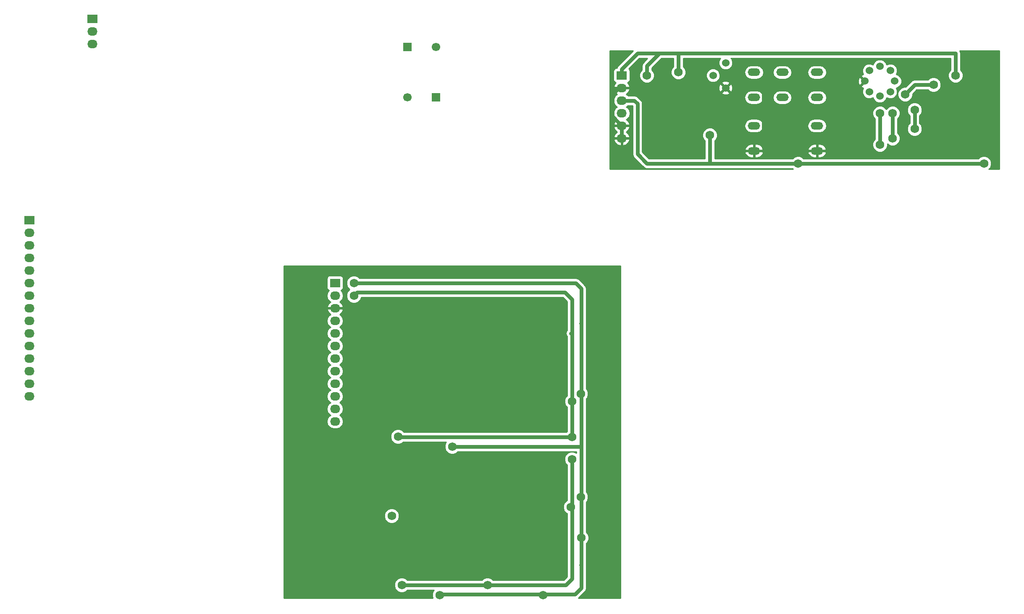
<source format=gbr>
G04 #@! TF.FileFunction,Copper,L2,Bot,Signal*
%FSLAX46Y46*%
G04 Gerber Fmt 4.6, Leading zero omitted, Abs format (unit mm)*
G04 Created by KiCad (PCBNEW 4.0.4+dfsg1-stable) date Fri Dec 30 12:22:18 2016*
%MOMM*%
%LPD*%
G01*
G04 APERTURE LIST*
%ADD10C,0.100000*%
%ADD11R,2.032000X1.727200*%
%ADD12O,2.032000X1.727200*%
%ADD13C,1.699260*%
%ADD14R,1.699260X1.699260*%
%ADD15C,1.524000*%
%ADD16O,2.499360X1.501140*%
%ADD17C,1.750000*%
%ADD18C,0.750000*%
%ADD19C,0.254000*%
G04 APERTURE END LIST*
D10*
D11*
X118110000Y-86360000D03*
D12*
X118110000Y-88900000D03*
X118110000Y-91440000D03*
X118110000Y-93980000D03*
X118110000Y-96520000D03*
X118110000Y-99060000D03*
X118110000Y-101600000D03*
X118110000Y-104140000D03*
X118110000Y-106680000D03*
X118110000Y-109220000D03*
X118110000Y-111760000D03*
X118110000Y-114300000D03*
D13*
X132717540Y-48895520D03*
D14*
X132717540Y-38735520D03*
D13*
X138427460Y-38734480D03*
D14*
X138427460Y-48894480D03*
D11*
X56515000Y-73660000D03*
D12*
X56515000Y-76200000D03*
X56515000Y-78740000D03*
X56515000Y-81280000D03*
X56515000Y-83820000D03*
X56515000Y-86360000D03*
X56515000Y-88900000D03*
X56515000Y-91440000D03*
X56515000Y-93980000D03*
X56515000Y-96520000D03*
X56515000Y-99060000D03*
X56515000Y-101600000D03*
X56515000Y-104140000D03*
X56515000Y-106680000D03*
X56515000Y-109220000D03*
D11*
X69215000Y-33020000D03*
D12*
X69215000Y-35560000D03*
X69215000Y-38100000D03*
D11*
X175895000Y-44450000D03*
D12*
X175895000Y-46990000D03*
X175895000Y-49530000D03*
X175895000Y-52070000D03*
X175895000Y-54610000D03*
X175895000Y-57150000D03*
D15*
X224927500Y-45607500D03*
X230927500Y-45607500D03*
X227927500Y-42607500D03*
X227927500Y-48607500D03*
X230052500Y-47732500D03*
X225802500Y-43482500D03*
X230052500Y-43482500D03*
X225802500Y-47732500D03*
D16*
X215265000Y-54610000D03*
X215265000Y-59690000D03*
D15*
X194310000Y-44450000D03*
X196850000Y-41910000D03*
X196850000Y-46990000D03*
D16*
X215265000Y-43815000D03*
X215265000Y-48895000D03*
X208280000Y-43815000D03*
X208280000Y-48895000D03*
X202565000Y-43815000D03*
X202565000Y-48895000D03*
X202565000Y-54610000D03*
X202565000Y-59690000D03*
D17*
X187325000Y-43815000D03*
X180975000Y-44450000D03*
X243205000Y-44450000D03*
X160020000Y-149352000D03*
X141732000Y-119380000D03*
X167640000Y-108712000D03*
X139192000Y-149352000D03*
X167640000Y-129540000D03*
X167767000Y-137795000D03*
X121920000Y-86360000D03*
X193675000Y-56515000D03*
X248920000Y-62230000D03*
X211455000Y-62230000D03*
X165608000Y-131572000D03*
X148844000Y-147320000D03*
X130810000Y-117348000D03*
X131572000Y-147320000D03*
X165862000Y-110236000D03*
X165862000Y-117475000D03*
X165862000Y-121920000D03*
X121920000Y-88900000D03*
X199390000Y-46990000D03*
X182880000Y-56515000D03*
X195580000Y-52705000D03*
X249555000Y-46355000D03*
X238125000Y-53340000D03*
X221615000Y-46355000D03*
X219710000Y-59690000D03*
X241300000Y-57150000D03*
X158496000Y-145288000D03*
X121920000Y-91440000D03*
X157988000Y-97536000D03*
X157988000Y-111760000D03*
X139700000Y-114300000D03*
X137160000Y-142240000D03*
X130175000Y-107315000D03*
X157988000Y-132588000D03*
X233045000Y-48260000D03*
X238760000Y-46355000D03*
X129540000Y-133350000D03*
X234950000Y-55245000D03*
X234950000Y-51435000D03*
X227965000Y-52070000D03*
X227965000Y-58420000D03*
X230505000Y-52070000D03*
X230505000Y-57150000D03*
D18*
X184150000Y-40005000D02*
X179070000Y-40005000D01*
X175895000Y-43180000D02*
X175895000Y-44450000D01*
X179070000Y-40005000D02*
X175895000Y-43180000D01*
X187325000Y-40005000D02*
X187325000Y-43815000D01*
X180975000Y-44450000D02*
X180975000Y-42545000D01*
X183515000Y-40005000D02*
X184150000Y-40005000D01*
X180975000Y-42545000D02*
X183515000Y-40005000D01*
X213995000Y-40005000D02*
X192405000Y-40005000D01*
X192405000Y-40005000D02*
X187325000Y-40005000D01*
X187325000Y-40005000D02*
X186055000Y-40005000D01*
X186055000Y-40005000D02*
X184150000Y-40005000D01*
X243205000Y-44450000D02*
X243205000Y-40005000D01*
X237490000Y-40005000D02*
X240665000Y-40005000D01*
X240665000Y-40005000D02*
X241300000Y-40005000D01*
X241300000Y-40005000D02*
X243205000Y-40005000D01*
X213360000Y-40005000D02*
X213995000Y-40005000D01*
X213995000Y-40005000D02*
X237490000Y-40005000D01*
X160020000Y-149352000D02*
X160020000Y-149225000D01*
X160020000Y-149225000D02*
X160020000Y-149352000D01*
X160020000Y-149352000D02*
X160020000Y-149225000D01*
X167640000Y-108712000D02*
X167664000Y-108688000D01*
X167664000Y-108688000D02*
X167791000Y-108688000D01*
X167767000Y-119380000D02*
X167791000Y-108688000D01*
X167791000Y-108688000D02*
X167767000Y-94488000D01*
X139192000Y-149352000D02*
X139192000Y-149225000D01*
X139192000Y-149225000D02*
X139192000Y-149352000D01*
X139192000Y-149352000D02*
X139192000Y-149225000D01*
X139192000Y-149225000D02*
X160020000Y-149225000D01*
X167640000Y-129540000D02*
X167767000Y-129540000D01*
X167640000Y-94488000D02*
X167767000Y-94488000D01*
X167767000Y-94488000D02*
X167640000Y-94488000D01*
X167640000Y-94488000D02*
X167767000Y-94488000D01*
X167767000Y-94488000D02*
X167767000Y-87503000D01*
X167767000Y-87503000D02*
X166624000Y-86360000D01*
X167640000Y-143256000D02*
X167767000Y-143256000D01*
X167767000Y-143256000D02*
X167640000Y-143256000D01*
X167640000Y-143256000D02*
X167767000Y-143256000D01*
X141732000Y-119380000D02*
X167767000Y-119380000D01*
X167767000Y-137795000D02*
X167767000Y-129540000D01*
X167767000Y-143256000D02*
X167767000Y-137795000D01*
X167767000Y-129540000D02*
X167767000Y-119380000D01*
X166497000Y-149225000D02*
X167767000Y-147955000D01*
X167767000Y-147955000D02*
X167767000Y-143256000D01*
X160020000Y-149225000D02*
X166497000Y-149225000D01*
X121920000Y-86360000D02*
X166624000Y-86360000D01*
X179070000Y-52070000D02*
X179070000Y-50165000D01*
X178435000Y-49530000D02*
X175895000Y-49530000D01*
X179070000Y-50165000D02*
X178435000Y-49530000D01*
X193675000Y-62230000D02*
X193675000Y-56515000D01*
X179070000Y-50800000D02*
X179070000Y-52070000D01*
X179070000Y-52070000D02*
X179070000Y-60325000D01*
X179070000Y-60325000D02*
X180975000Y-62230000D01*
X180975000Y-62230000D02*
X181610000Y-62230000D01*
X207010000Y-62230000D02*
X193675000Y-62230000D01*
X193675000Y-62230000D02*
X181610000Y-62230000D01*
X208280000Y-62230000D02*
X207010000Y-62230000D01*
X211455000Y-62230000D02*
X208280000Y-62230000D01*
X216535000Y-62230000D02*
X211455000Y-62230000D01*
X216535000Y-62230000D02*
X218440000Y-62230000D01*
X217805000Y-62230000D02*
X218440000Y-62230000D01*
X218440000Y-62230000D02*
X248920000Y-62230000D01*
X165608000Y-131572000D02*
X165862000Y-131572000D01*
X165862000Y-131572000D02*
X165608000Y-131572000D01*
X165608000Y-131572000D02*
X165862000Y-131572000D01*
X130556000Y-117475000D02*
X130556000Y-117348000D01*
X130683000Y-117475000D02*
X130556000Y-117348000D01*
X130683000Y-117475000D02*
X130810000Y-117348000D01*
X165862000Y-117475000D02*
X130556000Y-117475000D01*
X148844000Y-147320000D02*
X131572000Y-147320000D01*
X164592000Y-147320000D02*
X148844000Y-147320000D01*
X165862000Y-146050000D02*
X164592000Y-147320000D01*
X165862000Y-131064000D02*
X165862000Y-131572000D01*
X165862000Y-131572000D02*
X165862000Y-146050000D01*
X165608000Y-131064000D02*
X165862000Y-131064000D01*
X165862000Y-131064000D02*
X165608000Y-131064000D01*
X165608000Y-131064000D02*
X165862000Y-131064000D01*
X165862000Y-121920000D02*
X165862000Y-131064000D01*
X165862000Y-110236000D02*
X165862000Y-117475000D01*
X165862000Y-96520000D02*
X165862000Y-110236000D01*
X165608000Y-96520000D02*
X165862000Y-96520000D01*
X165862000Y-96520000D02*
X165608000Y-96520000D01*
X165608000Y-96520000D02*
X165862000Y-96520000D01*
X122555000Y-88265000D02*
X121920000Y-88900000D01*
X122555000Y-88265000D02*
X123444000Y-88265000D01*
X123190000Y-88265000D02*
X123444000Y-88265000D01*
X123444000Y-88265000D02*
X164465000Y-88265000D01*
X165862000Y-89662000D02*
X165862000Y-96012000D01*
X164465000Y-88265000D02*
X165862000Y-89662000D01*
X165862000Y-96012000D02*
X165862000Y-96520000D01*
X175895000Y-46990000D02*
X175260000Y-46990000D01*
X175260000Y-46990000D02*
X173990000Y-48260000D01*
X173990000Y-48260000D02*
X173990000Y-52705000D01*
X173990000Y-52705000D02*
X175895000Y-54610000D01*
X175895000Y-57150000D02*
X175895000Y-54610000D01*
X180975000Y-54610000D02*
X180975000Y-57150000D01*
X187325000Y-52705000D02*
X185420000Y-52705000D01*
X183515000Y-54610000D02*
X180975000Y-54610000D01*
X185420000Y-52705000D02*
X183515000Y-54610000D01*
X203200000Y-52705000D02*
X204470000Y-52070000D01*
X204470000Y-52070000D02*
X204470000Y-46990000D01*
X186690000Y-55245000D02*
X186690000Y-52705000D01*
X187960000Y-56515000D02*
X186690000Y-55245000D01*
X204470000Y-56515000D02*
X204470000Y-59055000D01*
X204470000Y-52705000D02*
X204470000Y-56515000D01*
X217170000Y-52705000D02*
X204470000Y-52705000D01*
X204470000Y-52705000D02*
X203200000Y-52705000D01*
X203200000Y-52705000D02*
X200660000Y-52705000D01*
X200660000Y-52705000D02*
X187325000Y-52705000D01*
X187325000Y-52705000D02*
X186690000Y-52705000D01*
X238125000Y-53340000D02*
X238125000Y-60325000D01*
X249555000Y-46355000D02*
X251460000Y-46355000D01*
X241300000Y-59690000D02*
X241300000Y-60325000D01*
X251460000Y-52705000D02*
X251460000Y-60325000D01*
X251460000Y-52705000D02*
X251460000Y-46355000D01*
X251460000Y-60325000D02*
X241300000Y-60325000D01*
X241300000Y-60325000D02*
X240030000Y-60325000D01*
X219710000Y-59690000D02*
X220345000Y-60325000D01*
X220345000Y-60325000D02*
X238125000Y-60325000D01*
X238125000Y-60325000D02*
X239395000Y-60325000D01*
X239395000Y-60325000D02*
X240030000Y-60325000D01*
X241300000Y-59690000D02*
X241300000Y-57150000D01*
X240030000Y-60325000D02*
X240665000Y-60325000D01*
X219710000Y-59690000D02*
X219710000Y-52705000D01*
X221615000Y-46355000D02*
X221615000Y-52705000D01*
X217170000Y-52705000D02*
X219710000Y-52705000D01*
X219710000Y-52705000D02*
X221615000Y-52705000D01*
X130175000Y-107315000D02*
X130810000Y-106680000D01*
X157988000Y-132588000D02*
X157861000Y-132588000D01*
X234950000Y-46355000D02*
X233045000Y-48260000D01*
X238760000Y-46355000D02*
X234950000Y-46355000D01*
X234950000Y-51435000D02*
X234950000Y-55245000D01*
X227965000Y-58420000D02*
X227965000Y-52070000D01*
X230505000Y-57150000D02*
X230505000Y-52070000D01*
D19*
G36*
X175641000Y-149987000D02*
X167139607Y-149987000D01*
X167211178Y-149939178D01*
X168481178Y-148669178D01*
X168700118Y-148341510D01*
X168777000Y-147955000D01*
X168777000Y-138920363D01*
X169046370Y-138651463D01*
X169276738Y-138096675D01*
X169277262Y-137495960D01*
X169047862Y-136940771D01*
X168777000Y-136669435D01*
X168777000Y-130538585D01*
X168919370Y-130396463D01*
X169149738Y-129841675D01*
X169150262Y-129240960D01*
X168920862Y-128685771D01*
X168777000Y-128541657D01*
X168777000Y-119380931D01*
X168798755Y-109688867D01*
X168919370Y-109568463D01*
X169149738Y-109013675D01*
X169150262Y-108412960D01*
X168920862Y-107857771D01*
X168799393Y-107736090D01*
X168777000Y-94486885D01*
X168777000Y-87503000D01*
X168700118Y-87116490D01*
X168481178Y-86788822D01*
X167338178Y-85645822D01*
X167010510Y-85426882D01*
X166624000Y-85350000D01*
X123045363Y-85350000D01*
X122776463Y-85080630D01*
X122221675Y-84850262D01*
X121620960Y-84849738D01*
X121065771Y-85079138D01*
X120640630Y-85503537D01*
X120410262Y-86058325D01*
X120409738Y-86659040D01*
X120639138Y-87214229D01*
X121054536Y-87630353D01*
X120640630Y-88043537D01*
X120410262Y-88598325D01*
X120409738Y-89199040D01*
X120639138Y-89754229D01*
X121063537Y-90179370D01*
X121618325Y-90409738D01*
X122219040Y-90410262D01*
X122774229Y-90180862D01*
X123199370Y-89756463D01*
X123399291Y-89275000D01*
X164046644Y-89275000D01*
X164852000Y-90080356D01*
X164852000Y-95868413D01*
X164674882Y-96133490D01*
X164598000Y-96520000D01*
X164674882Y-96906510D01*
X164852000Y-97171587D01*
X164852000Y-109110637D01*
X164582630Y-109379537D01*
X164352262Y-109934325D01*
X164351738Y-110535040D01*
X164581138Y-111090229D01*
X164852000Y-111361565D01*
X164852000Y-116349637D01*
X164736435Y-116465000D01*
X132062141Y-116465000D01*
X131666463Y-116068630D01*
X131111675Y-115838262D01*
X130510960Y-115837738D01*
X129955771Y-116067138D01*
X129530630Y-116491537D01*
X129300262Y-117046325D01*
X129299738Y-117647040D01*
X129529138Y-118202229D01*
X129953537Y-118627370D01*
X130508325Y-118857738D01*
X131109040Y-118858262D01*
X131664229Y-118628862D01*
X131808343Y-118485000D01*
X140491234Y-118485000D01*
X140452630Y-118523537D01*
X140222262Y-119078325D01*
X140221738Y-119679040D01*
X140451138Y-120234229D01*
X140875537Y-120659370D01*
X141430325Y-120889738D01*
X142031040Y-120890262D01*
X142586229Y-120660862D01*
X142857565Y-120390000D01*
X166757000Y-120390000D01*
X166757000Y-120679234D01*
X166718463Y-120640630D01*
X166163675Y-120410262D01*
X165562960Y-120409738D01*
X165007771Y-120639138D01*
X164582630Y-121063537D01*
X164352262Y-121618325D01*
X164351738Y-122219040D01*
X164581138Y-122774229D01*
X164852000Y-123045565D01*
X164852000Y-130250551D01*
X164753771Y-130291138D01*
X164328630Y-130715537D01*
X164098262Y-131270325D01*
X164097738Y-131871040D01*
X164327138Y-132426229D01*
X164751537Y-132851370D01*
X164852000Y-132893086D01*
X164852000Y-145631644D01*
X164173644Y-146310000D01*
X149969363Y-146310000D01*
X149700463Y-146040630D01*
X149145675Y-145810262D01*
X148544960Y-145809738D01*
X147989771Y-146039138D01*
X147718435Y-146310000D01*
X132697363Y-146310000D01*
X132428463Y-146040630D01*
X131873675Y-145810262D01*
X131272960Y-145809738D01*
X130717771Y-146039138D01*
X130292630Y-146463537D01*
X130062262Y-147018325D01*
X130061738Y-147619040D01*
X130291138Y-148174229D01*
X130715537Y-148599370D01*
X131270325Y-148829738D01*
X131871040Y-148830262D01*
X132426229Y-148600862D01*
X132697565Y-148330000D01*
X138078456Y-148330000D01*
X137912630Y-148495537D01*
X137682262Y-149050325D01*
X137681738Y-149651040D01*
X137820554Y-149987000D01*
X107823000Y-149987000D01*
X107823000Y-133649040D01*
X128029738Y-133649040D01*
X128259138Y-134204229D01*
X128683537Y-134629370D01*
X129238325Y-134859738D01*
X129839040Y-134860262D01*
X130394229Y-134630862D01*
X130819370Y-134206463D01*
X131049738Y-133651675D01*
X131050262Y-133050960D01*
X130820862Y-132495771D01*
X130396463Y-132070630D01*
X129841675Y-131840262D01*
X129240960Y-131839738D01*
X128685771Y-132069138D01*
X128260630Y-132493537D01*
X128030262Y-133048325D01*
X128029738Y-133649040D01*
X107823000Y-133649040D01*
X107823000Y-93980000D01*
X116426655Y-93980000D01*
X116540729Y-94553489D01*
X116865585Y-95039670D01*
X117180366Y-95250000D01*
X116865585Y-95460330D01*
X116540729Y-95946511D01*
X116426655Y-96520000D01*
X116540729Y-97093489D01*
X116865585Y-97579670D01*
X117180366Y-97790000D01*
X116865585Y-98000330D01*
X116540729Y-98486511D01*
X116426655Y-99060000D01*
X116540729Y-99633489D01*
X116865585Y-100119670D01*
X117180366Y-100330000D01*
X116865585Y-100540330D01*
X116540729Y-101026511D01*
X116426655Y-101600000D01*
X116540729Y-102173489D01*
X116865585Y-102659670D01*
X117180366Y-102870000D01*
X116865585Y-103080330D01*
X116540729Y-103566511D01*
X116426655Y-104140000D01*
X116540729Y-104713489D01*
X116865585Y-105199670D01*
X117180366Y-105410000D01*
X116865585Y-105620330D01*
X116540729Y-106106511D01*
X116426655Y-106680000D01*
X116540729Y-107253489D01*
X116865585Y-107739670D01*
X117180366Y-107950000D01*
X116865585Y-108160330D01*
X116540729Y-108646511D01*
X116426655Y-109220000D01*
X116540729Y-109793489D01*
X116865585Y-110279670D01*
X117180366Y-110490000D01*
X116865585Y-110700330D01*
X116540729Y-111186511D01*
X116426655Y-111760000D01*
X116540729Y-112333489D01*
X116865585Y-112819670D01*
X117180366Y-113030000D01*
X116865585Y-113240330D01*
X116540729Y-113726511D01*
X116426655Y-114300000D01*
X116540729Y-114873489D01*
X116865585Y-115359670D01*
X117351766Y-115684526D01*
X117925255Y-115798600D01*
X118294745Y-115798600D01*
X118868234Y-115684526D01*
X119354415Y-115359670D01*
X119679271Y-114873489D01*
X119793345Y-114300000D01*
X119679271Y-113726511D01*
X119354415Y-113240330D01*
X119039634Y-113030000D01*
X119354415Y-112819670D01*
X119679271Y-112333489D01*
X119793345Y-111760000D01*
X119679271Y-111186511D01*
X119354415Y-110700330D01*
X119039634Y-110490000D01*
X119354415Y-110279670D01*
X119679271Y-109793489D01*
X119793345Y-109220000D01*
X119679271Y-108646511D01*
X119354415Y-108160330D01*
X119039634Y-107950000D01*
X119354415Y-107739670D01*
X119679271Y-107253489D01*
X119793345Y-106680000D01*
X119679271Y-106106511D01*
X119354415Y-105620330D01*
X119039634Y-105410000D01*
X119354415Y-105199670D01*
X119679271Y-104713489D01*
X119793345Y-104140000D01*
X119679271Y-103566511D01*
X119354415Y-103080330D01*
X119039634Y-102870000D01*
X119354415Y-102659670D01*
X119679271Y-102173489D01*
X119793345Y-101600000D01*
X119679271Y-101026511D01*
X119354415Y-100540330D01*
X119039634Y-100330000D01*
X119354415Y-100119670D01*
X119679271Y-99633489D01*
X119793345Y-99060000D01*
X119679271Y-98486511D01*
X119354415Y-98000330D01*
X119039634Y-97790000D01*
X119354415Y-97579670D01*
X119679271Y-97093489D01*
X119793345Y-96520000D01*
X119679271Y-95946511D01*
X119354415Y-95460330D01*
X119039634Y-95250000D01*
X119354415Y-95039670D01*
X119679271Y-94553489D01*
X119793345Y-93980000D01*
X119679271Y-93406511D01*
X119354415Y-92920330D01*
X119044931Y-92713539D01*
X119460732Y-92342036D01*
X119714709Y-91814791D01*
X119717358Y-91799026D01*
X119596217Y-91567000D01*
X118237000Y-91567000D01*
X118237000Y-91587000D01*
X117983000Y-91587000D01*
X117983000Y-91567000D01*
X116623783Y-91567000D01*
X116502642Y-91799026D01*
X116505291Y-91814791D01*
X116759268Y-92342036D01*
X117175069Y-92713539D01*
X116865585Y-92920330D01*
X116540729Y-93406511D01*
X116426655Y-93980000D01*
X107823000Y-93980000D01*
X107823000Y-88900000D01*
X116426655Y-88900000D01*
X116540729Y-89473489D01*
X116865585Y-89959670D01*
X117175069Y-90166461D01*
X116759268Y-90537964D01*
X116505291Y-91065209D01*
X116502642Y-91080974D01*
X116623783Y-91313000D01*
X117983000Y-91313000D01*
X117983000Y-91293000D01*
X118237000Y-91293000D01*
X118237000Y-91313000D01*
X119596217Y-91313000D01*
X119717358Y-91080974D01*
X119714709Y-91065209D01*
X119460732Y-90537964D01*
X119044931Y-90166461D01*
X119354415Y-89959670D01*
X119679271Y-89473489D01*
X119793345Y-88900000D01*
X119679271Y-88326511D01*
X119354415Y-87840330D01*
X119340087Y-87830757D01*
X119361317Y-87826762D01*
X119577441Y-87687690D01*
X119722431Y-87475490D01*
X119773440Y-87223600D01*
X119773440Y-85496400D01*
X119729162Y-85261083D01*
X119590090Y-85044959D01*
X119377890Y-84899969D01*
X119126000Y-84848960D01*
X117094000Y-84848960D01*
X116858683Y-84893238D01*
X116642559Y-85032310D01*
X116497569Y-85244510D01*
X116446560Y-85496400D01*
X116446560Y-87223600D01*
X116490838Y-87458917D01*
X116629910Y-87675041D01*
X116842110Y-87820031D01*
X116883439Y-87828400D01*
X116865585Y-87840330D01*
X116540729Y-88326511D01*
X116426655Y-88900000D01*
X107823000Y-88900000D01*
X107823000Y-82931000D01*
X175641000Y-82931000D01*
X175641000Y-149987000D01*
X175641000Y-149987000D01*
G37*
X175641000Y-149987000D02*
X167139607Y-149987000D01*
X167211178Y-149939178D01*
X168481178Y-148669178D01*
X168700118Y-148341510D01*
X168777000Y-147955000D01*
X168777000Y-138920363D01*
X169046370Y-138651463D01*
X169276738Y-138096675D01*
X169277262Y-137495960D01*
X169047862Y-136940771D01*
X168777000Y-136669435D01*
X168777000Y-130538585D01*
X168919370Y-130396463D01*
X169149738Y-129841675D01*
X169150262Y-129240960D01*
X168920862Y-128685771D01*
X168777000Y-128541657D01*
X168777000Y-119380931D01*
X168798755Y-109688867D01*
X168919370Y-109568463D01*
X169149738Y-109013675D01*
X169150262Y-108412960D01*
X168920862Y-107857771D01*
X168799393Y-107736090D01*
X168777000Y-94486885D01*
X168777000Y-87503000D01*
X168700118Y-87116490D01*
X168481178Y-86788822D01*
X167338178Y-85645822D01*
X167010510Y-85426882D01*
X166624000Y-85350000D01*
X123045363Y-85350000D01*
X122776463Y-85080630D01*
X122221675Y-84850262D01*
X121620960Y-84849738D01*
X121065771Y-85079138D01*
X120640630Y-85503537D01*
X120410262Y-86058325D01*
X120409738Y-86659040D01*
X120639138Y-87214229D01*
X121054536Y-87630353D01*
X120640630Y-88043537D01*
X120410262Y-88598325D01*
X120409738Y-89199040D01*
X120639138Y-89754229D01*
X121063537Y-90179370D01*
X121618325Y-90409738D01*
X122219040Y-90410262D01*
X122774229Y-90180862D01*
X123199370Y-89756463D01*
X123399291Y-89275000D01*
X164046644Y-89275000D01*
X164852000Y-90080356D01*
X164852000Y-95868413D01*
X164674882Y-96133490D01*
X164598000Y-96520000D01*
X164674882Y-96906510D01*
X164852000Y-97171587D01*
X164852000Y-109110637D01*
X164582630Y-109379537D01*
X164352262Y-109934325D01*
X164351738Y-110535040D01*
X164581138Y-111090229D01*
X164852000Y-111361565D01*
X164852000Y-116349637D01*
X164736435Y-116465000D01*
X132062141Y-116465000D01*
X131666463Y-116068630D01*
X131111675Y-115838262D01*
X130510960Y-115837738D01*
X129955771Y-116067138D01*
X129530630Y-116491537D01*
X129300262Y-117046325D01*
X129299738Y-117647040D01*
X129529138Y-118202229D01*
X129953537Y-118627370D01*
X130508325Y-118857738D01*
X131109040Y-118858262D01*
X131664229Y-118628862D01*
X131808343Y-118485000D01*
X140491234Y-118485000D01*
X140452630Y-118523537D01*
X140222262Y-119078325D01*
X140221738Y-119679040D01*
X140451138Y-120234229D01*
X140875537Y-120659370D01*
X141430325Y-120889738D01*
X142031040Y-120890262D01*
X142586229Y-120660862D01*
X142857565Y-120390000D01*
X166757000Y-120390000D01*
X166757000Y-120679234D01*
X166718463Y-120640630D01*
X166163675Y-120410262D01*
X165562960Y-120409738D01*
X165007771Y-120639138D01*
X164582630Y-121063537D01*
X164352262Y-121618325D01*
X164351738Y-122219040D01*
X164581138Y-122774229D01*
X164852000Y-123045565D01*
X164852000Y-130250551D01*
X164753771Y-130291138D01*
X164328630Y-130715537D01*
X164098262Y-131270325D01*
X164097738Y-131871040D01*
X164327138Y-132426229D01*
X164751537Y-132851370D01*
X164852000Y-132893086D01*
X164852000Y-145631644D01*
X164173644Y-146310000D01*
X149969363Y-146310000D01*
X149700463Y-146040630D01*
X149145675Y-145810262D01*
X148544960Y-145809738D01*
X147989771Y-146039138D01*
X147718435Y-146310000D01*
X132697363Y-146310000D01*
X132428463Y-146040630D01*
X131873675Y-145810262D01*
X131272960Y-145809738D01*
X130717771Y-146039138D01*
X130292630Y-146463537D01*
X130062262Y-147018325D01*
X130061738Y-147619040D01*
X130291138Y-148174229D01*
X130715537Y-148599370D01*
X131270325Y-148829738D01*
X131871040Y-148830262D01*
X132426229Y-148600862D01*
X132697565Y-148330000D01*
X138078456Y-148330000D01*
X137912630Y-148495537D01*
X137682262Y-149050325D01*
X137681738Y-149651040D01*
X137820554Y-149987000D01*
X107823000Y-149987000D01*
X107823000Y-133649040D01*
X128029738Y-133649040D01*
X128259138Y-134204229D01*
X128683537Y-134629370D01*
X129238325Y-134859738D01*
X129839040Y-134860262D01*
X130394229Y-134630862D01*
X130819370Y-134206463D01*
X131049738Y-133651675D01*
X131050262Y-133050960D01*
X130820862Y-132495771D01*
X130396463Y-132070630D01*
X129841675Y-131840262D01*
X129240960Y-131839738D01*
X128685771Y-132069138D01*
X128260630Y-132493537D01*
X128030262Y-133048325D01*
X128029738Y-133649040D01*
X107823000Y-133649040D01*
X107823000Y-93980000D01*
X116426655Y-93980000D01*
X116540729Y-94553489D01*
X116865585Y-95039670D01*
X117180366Y-95250000D01*
X116865585Y-95460330D01*
X116540729Y-95946511D01*
X116426655Y-96520000D01*
X116540729Y-97093489D01*
X116865585Y-97579670D01*
X117180366Y-97790000D01*
X116865585Y-98000330D01*
X116540729Y-98486511D01*
X116426655Y-99060000D01*
X116540729Y-99633489D01*
X116865585Y-100119670D01*
X117180366Y-100330000D01*
X116865585Y-100540330D01*
X116540729Y-101026511D01*
X116426655Y-101600000D01*
X116540729Y-102173489D01*
X116865585Y-102659670D01*
X117180366Y-102870000D01*
X116865585Y-103080330D01*
X116540729Y-103566511D01*
X116426655Y-104140000D01*
X116540729Y-104713489D01*
X116865585Y-105199670D01*
X117180366Y-105410000D01*
X116865585Y-105620330D01*
X116540729Y-106106511D01*
X116426655Y-106680000D01*
X116540729Y-107253489D01*
X116865585Y-107739670D01*
X117180366Y-107950000D01*
X116865585Y-108160330D01*
X116540729Y-108646511D01*
X116426655Y-109220000D01*
X116540729Y-109793489D01*
X116865585Y-110279670D01*
X117180366Y-110490000D01*
X116865585Y-110700330D01*
X116540729Y-111186511D01*
X116426655Y-111760000D01*
X116540729Y-112333489D01*
X116865585Y-112819670D01*
X117180366Y-113030000D01*
X116865585Y-113240330D01*
X116540729Y-113726511D01*
X116426655Y-114300000D01*
X116540729Y-114873489D01*
X116865585Y-115359670D01*
X117351766Y-115684526D01*
X117925255Y-115798600D01*
X118294745Y-115798600D01*
X118868234Y-115684526D01*
X119354415Y-115359670D01*
X119679271Y-114873489D01*
X119793345Y-114300000D01*
X119679271Y-113726511D01*
X119354415Y-113240330D01*
X119039634Y-113030000D01*
X119354415Y-112819670D01*
X119679271Y-112333489D01*
X119793345Y-111760000D01*
X119679271Y-111186511D01*
X119354415Y-110700330D01*
X119039634Y-110490000D01*
X119354415Y-110279670D01*
X119679271Y-109793489D01*
X119793345Y-109220000D01*
X119679271Y-108646511D01*
X119354415Y-108160330D01*
X119039634Y-107950000D01*
X119354415Y-107739670D01*
X119679271Y-107253489D01*
X119793345Y-106680000D01*
X119679271Y-106106511D01*
X119354415Y-105620330D01*
X119039634Y-105410000D01*
X119354415Y-105199670D01*
X119679271Y-104713489D01*
X119793345Y-104140000D01*
X119679271Y-103566511D01*
X119354415Y-103080330D01*
X119039634Y-102870000D01*
X119354415Y-102659670D01*
X119679271Y-102173489D01*
X119793345Y-101600000D01*
X119679271Y-101026511D01*
X119354415Y-100540330D01*
X119039634Y-100330000D01*
X119354415Y-100119670D01*
X119679271Y-99633489D01*
X119793345Y-99060000D01*
X119679271Y-98486511D01*
X119354415Y-98000330D01*
X119039634Y-97790000D01*
X119354415Y-97579670D01*
X119679271Y-97093489D01*
X119793345Y-96520000D01*
X119679271Y-95946511D01*
X119354415Y-95460330D01*
X119039634Y-95250000D01*
X119354415Y-95039670D01*
X119679271Y-94553489D01*
X119793345Y-93980000D01*
X119679271Y-93406511D01*
X119354415Y-92920330D01*
X119044931Y-92713539D01*
X119460732Y-92342036D01*
X119714709Y-91814791D01*
X119717358Y-91799026D01*
X119596217Y-91567000D01*
X118237000Y-91567000D01*
X118237000Y-91587000D01*
X117983000Y-91587000D01*
X117983000Y-91567000D01*
X116623783Y-91567000D01*
X116502642Y-91799026D01*
X116505291Y-91814791D01*
X116759268Y-92342036D01*
X117175069Y-92713539D01*
X116865585Y-92920330D01*
X116540729Y-93406511D01*
X116426655Y-93980000D01*
X107823000Y-93980000D01*
X107823000Y-88900000D01*
X116426655Y-88900000D01*
X116540729Y-89473489D01*
X116865585Y-89959670D01*
X117175069Y-90166461D01*
X116759268Y-90537964D01*
X116505291Y-91065209D01*
X116502642Y-91080974D01*
X116623783Y-91313000D01*
X117983000Y-91313000D01*
X117983000Y-91293000D01*
X118237000Y-91293000D01*
X118237000Y-91313000D01*
X119596217Y-91313000D01*
X119717358Y-91080974D01*
X119714709Y-91065209D01*
X119460732Y-90537964D01*
X119044931Y-90166461D01*
X119354415Y-89959670D01*
X119679271Y-89473489D01*
X119793345Y-88900000D01*
X119679271Y-88326511D01*
X119354415Y-87840330D01*
X119340087Y-87830757D01*
X119361317Y-87826762D01*
X119577441Y-87687690D01*
X119722431Y-87475490D01*
X119773440Y-87223600D01*
X119773440Y-85496400D01*
X119729162Y-85261083D01*
X119590090Y-85044959D01*
X119377890Y-84899969D01*
X119126000Y-84848960D01*
X117094000Y-84848960D01*
X116858683Y-84893238D01*
X116642559Y-85032310D01*
X116497569Y-85244510D01*
X116446560Y-85496400D01*
X116446560Y-87223600D01*
X116490838Y-87458917D01*
X116629910Y-87675041D01*
X116842110Y-87820031D01*
X116883439Y-87828400D01*
X116865585Y-87840330D01*
X116540729Y-88326511D01*
X116426655Y-88900000D01*
X107823000Y-88900000D01*
X107823000Y-82931000D01*
X175641000Y-82931000D01*
X175641000Y-149987000D01*
G36*
X175180822Y-42465822D02*
X174961882Y-42793490D01*
X174932946Y-42938960D01*
X174879000Y-42938960D01*
X174643683Y-42983238D01*
X174427559Y-43122310D01*
X174282569Y-43334510D01*
X174231560Y-43586400D01*
X174231560Y-45313600D01*
X174275838Y-45548917D01*
X174414910Y-45765041D01*
X174627110Y-45910031D01*
X174721927Y-45929232D01*
X174544268Y-46087964D01*
X174290291Y-46615209D01*
X174287642Y-46630974D01*
X174408783Y-46863000D01*
X175768000Y-46863000D01*
X175768000Y-46843000D01*
X176022000Y-46843000D01*
X176022000Y-46863000D01*
X177381217Y-46863000D01*
X177423349Y-46782302D01*
X195440856Y-46782302D01*
X195468638Y-47337368D01*
X195627603Y-47721143D01*
X195869787Y-47790608D01*
X196670395Y-46990000D01*
X197029605Y-46990000D01*
X197830213Y-47790608D01*
X198072397Y-47721143D01*
X198259144Y-47197698D01*
X198231362Y-46642632D01*
X198072397Y-46258857D01*
X197830213Y-46189392D01*
X197029605Y-46990000D01*
X196670395Y-46990000D01*
X195869787Y-46189392D01*
X195627603Y-46258857D01*
X195440856Y-46782302D01*
X177423349Y-46782302D01*
X177502358Y-46630974D01*
X177499709Y-46615209D01*
X177245732Y-46087964D01*
X177158233Y-46009787D01*
X196049392Y-46009787D01*
X196850000Y-46810395D01*
X197650608Y-46009787D01*
X197581143Y-45767603D01*
X197057698Y-45580856D01*
X196502632Y-45608638D01*
X196118857Y-45767603D01*
X196049392Y-46009787D01*
X177158233Y-46009787D01*
X177070155Y-45931093D01*
X177146317Y-45916762D01*
X177362441Y-45777690D01*
X177507431Y-45565490D01*
X177558440Y-45313600D01*
X177558440Y-43586400D01*
X177514162Y-43351083D01*
X177375090Y-43134959D01*
X177371114Y-43132242D01*
X179488356Y-41015000D01*
X181076644Y-41015000D01*
X180260822Y-41830822D01*
X180041882Y-42158490D01*
X179965000Y-42545000D01*
X179965000Y-43324637D01*
X179695630Y-43593537D01*
X179465262Y-44148325D01*
X179464738Y-44749040D01*
X179694138Y-45304229D01*
X180118537Y-45729370D01*
X180673325Y-45959738D01*
X181274040Y-45960262D01*
X181829229Y-45730862D01*
X182254370Y-45306463D01*
X182484738Y-44751675D01*
X182485262Y-44150960D01*
X182255862Y-43595771D01*
X181985000Y-43324435D01*
X181985000Y-42963356D01*
X183933356Y-41015000D01*
X186315000Y-41015000D01*
X186315000Y-42689637D01*
X186045630Y-42958537D01*
X185815262Y-43513325D01*
X185814738Y-44114040D01*
X186044138Y-44669229D01*
X186468537Y-45094370D01*
X187023325Y-45324738D01*
X187624040Y-45325262D01*
X188179229Y-45095862D01*
X188549075Y-44726661D01*
X192912758Y-44726661D01*
X193124990Y-45240303D01*
X193517630Y-45633629D01*
X194030900Y-45846757D01*
X194586661Y-45847242D01*
X195100303Y-45635010D01*
X195335921Y-45399802D01*
X223518356Y-45399802D01*
X223546138Y-45954868D01*
X223705103Y-46338643D01*
X223947287Y-46408108D01*
X224747895Y-45607500D01*
X223947287Y-44806892D01*
X223705103Y-44876357D01*
X223518356Y-45399802D01*
X195335921Y-45399802D01*
X195493629Y-45242370D01*
X195706757Y-44729100D01*
X195707242Y-44173339D01*
X195559180Y-43815000D01*
X200643397Y-43815000D01*
X200748867Y-44345235D01*
X201049221Y-44794746D01*
X201498732Y-45095100D01*
X202028967Y-45200570D01*
X203101033Y-45200570D01*
X203631268Y-45095100D01*
X204080779Y-44794746D01*
X204381133Y-44345235D01*
X204486603Y-43815000D01*
X206358397Y-43815000D01*
X206463867Y-44345235D01*
X206764221Y-44794746D01*
X207213732Y-45095100D01*
X207743967Y-45200570D01*
X208816033Y-45200570D01*
X209346268Y-45095100D01*
X209795779Y-44794746D01*
X210096133Y-44345235D01*
X210201603Y-43815000D01*
X213343397Y-43815000D01*
X213448867Y-44345235D01*
X213749221Y-44794746D01*
X214198732Y-45095100D01*
X214728967Y-45200570D01*
X215801033Y-45200570D01*
X216331268Y-45095100D01*
X216780779Y-44794746D01*
X216892671Y-44627287D01*
X224126892Y-44627287D01*
X224927500Y-45427895D01*
X224941643Y-45413753D01*
X225121248Y-45593358D01*
X225107105Y-45607500D01*
X225121248Y-45621643D01*
X224941643Y-45801248D01*
X224927500Y-45787105D01*
X224126892Y-46587713D01*
X224196357Y-46829897D01*
X224604222Y-46975409D01*
X224405743Y-47453400D01*
X224405258Y-48009161D01*
X224617490Y-48522803D01*
X225010130Y-48916129D01*
X225523400Y-49129257D01*
X226079161Y-49129742D01*
X226551149Y-48934721D01*
X226742490Y-49397803D01*
X227135130Y-49791129D01*
X227648400Y-50004257D01*
X228204161Y-50004742D01*
X228717803Y-49792510D01*
X229111129Y-49399870D01*
X229304368Y-48934498D01*
X229773400Y-49129257D01*
X230329161Y-49129742D01*
X230842803Y-48917510D01*
X231201899Y-48559040D01*
X231534738Y-48559040D01*
X231764138Y-49114229D01*
X232188537Y-49539370D01*
X232743325Y-49769738D01*
X233344040Y-49770262D01*
X233899229Y-49540862D01*
X234324370Y-49116463D01*
X234554738Y-48561675D01*
X234555072Y-48178284D01*
X235368356Y-47365000D01*
X237634637Y-47365000D01*
X237903537Y-47634370D01*
X238458325Y-47864738D01*
X239059040Y-47865262D01*
X239614229Y-47635862D01*
X240039370Y-47211463D01*
X240269738Y-46656675D01*
X240270262Y-46055960D01*
X240040862Y-45500771D01*
X239616463Y-45075630D01*
X239061675Y-44845262D01*
X238460960Y-44844738D01*
X237905771Y-45074138D01*
X237634435Y-45345000D01*
X234950000Y-45345000D01*
X234563490Y-45421882D01*
X234235822Y-45640822D01*
X233126574Y-46750070D01*
X232745960Y-46749738D01*
X232190771Y-46979138D01*
X231765630Y-47403537D01*
X231535262Y-47958325D01*
X231534738Y-48559040D01*
X231201899Y-48559040D01*
X231236129Y-48524870D01*
X231449257Y-48011600D01*
X231449742Y-47455839D01*
X231254721Y-46983851D01*
X231717803Y-46792510D01*
X232111129Y-46399870D01*
X232324257Y-45886600D01*
X232324742Y-45330839D01*
X232112510Y-44817197D01*
X231719870Y-44423871D01*
X231254498Y-44230632D01*
X231449257Y-43761600D01*
X231449742Y-43205839D01*
X231237510Y-42692197D01*
X230844870Y-42298871D01*
X230331600Y-42085743D01*
X229775839Y-42085258D01*
X229303851Y-42280279D01*
X229112510Y-41817197D01*
X228719870Y-41423871D01*
X228206600Y-41210743D01*
X227650839Y-41210258D01*
X227137197Y-41422490D01*
X226743871Y-41815130D01*
X226550632Y-42280502D01*
X226081600Y-42085743D01*
X225525839Y-42085258D01*
X225012197Y-42297490D01*
X224618871Y-42690130D01*
X224405743Y-43203400D01*
X224405258Y-43759161D01*
X224597842Y-44225252D01*
X224580132Y-44226138D01*
X224196357Y-44385103D01*
X224126892Y-44627287D01*
X216892671Y-44627287D01*
X217081133Y-44345235D01*
X217186603Y-43815000D01*
X217081133Y-43284765D01*
X216780779Y-42835254D01*
X216331268Y-42534900D01*
X215801033Y-42429430D01*
X214728967Y-42429430D01*
X214198732Y-42534900D01*
X213749221Y-42835254D01*
X213448867Y-43284765D01*
X213343397Y-43815000D01*
X210201603Y-43815000D01*
X210096133Y-43284765D01*
X209795779Y-42835254D01*
X209346268Y-42534900D01*
X208816033Y-42429430D01*
X207743967Y-42429430D01*
X207213732Y-42534900D01*
X206764221Y-42835254D01*
X206463867Y-43284765D01*
X206358397Y-43815000D01*
X204486603Y-43815000D01*
X204381133Y-43284765D01*
X204080779Y-42835254D01*
X203631268Y-42534900D01*
X203101033Y-42429430D01*
X202028967Y-42429430D01*
X201498732Y-42534900D01*
X201049221Y-42835254D01*
X200748867Y-43284765D01*
X200643397Y-43815000D01*
X195559180Y-43815000D01*
X195495010Y-43659697D01*
X195102370Y-43266371D01*
X194589100Y-43053243D01*
X194033339Y-43052758D01*
X193519697Y-43264990D01*
X193126371Y-43657630D01*
X192913243Y-44170900D01*
X192912758Y-44726661D01*
X188549075Y-44726661D01*
X188604370Y-44671463D01*
X188834738Y-44116675D01*
X188835262Y-43515960D01*
X188605862Y-42960771D01*
X188335000Y-42689435D01*
X188335000Y-41015000D01*
X195769180Y-41015000D01*
X195666371Y-41117630D01*
X195453243Y-41630900D01*
X195452758Y-42186661D01*
X195664990Y-42700303D01*
X196057630Y-43093629D01*
X196570900Y-43306757D01*
X197126661Y-43307242D01*
X197640303Y-43095010D01*
X198033629Y-42702370D01*
X198246757Y-42189100D01*
X198247242Y-41633339D01*
X198035010Y-41119697D01*
X197930496Y-41015000D01*
X242195000Y-41015000D01*
X242195000Y-43324637D01*
X241925630Y-43593537D01*
X241695262Y-44148325D01*
X241694738Y-44749040D01*
X241924138Y-45304229D01*
X242348537Y-45729370D01*
X242903325Y-45959738D01*
X243504040Y-45960262D01*
X244059229Y-45730862D01*
X244484370Y-45306463D01*
X244714738Y-44751675D01*
X244715262Y-44150960D01*
X244485862Y-43595771D01*
X244215000Y-43324435D01*
X244215000Y-40005000D01*
X244138118Y-39618490D01*
X244056941Y-39497000D01*
X251968000Y-39497000D01*
X251968000Y-63373000D01*
X249912332Y-63373000D01*
X250199370Y-63086463D01*
X250429738Y-62531675D01*
X250430262Y-61930960D01*
X250200862Y-61375771D01*
X249776463Y-60950630D01*
X249221675Y-60720262D01*
X248620960Y-60719738D01*
X248065771Y-60949138D01*
X247794435Y-61220000D01*
X212580363Y-61220000D01*
X212311463Y-60950630D01*
X211756675Y-60720262D01*
X211155960Y-60719738D01*
X210600771Y-60949138D01*
X210329435Y-61220000D01*
X194685000Y-61220000D01*
X194685000Y-60031275D01*
X200723007Y-60031275D01*
X200737190Y-60102903D01*
X200996342Y-60579944D01*
X201418323Y-60921499D01*
X201938890Y-61075570D01*
X202438000Y-61075570D01*
X202438000Y-59817000D01*
X202692000Y-59817000D01*
X202692000Y-61075570D01*
X203191110Y-61075570D01*
X203711677Y-60921499D01*
X204133658Y-60579944D01*
X204392810Y-60102903D01*
X204406993Y-60031275D01*
X213423007Y-60031275D01*
X213437190Y-60102903D01*
X213696342Y-60579944D01*
X214118323Y-60921499D01*
X214638890Y-61075570D01*
X215138000Y-61075570D01*
X215138000Y-59817000D01*
X215392000Y-59817000D01*
X215392000Y-61075570D01*
X215891110Y-61075570D01*
X216411677Y-60921499D01*
X216833658Y-60579944D01*
X217092810Y-60102903D01*
X217106993Y-60031275D01*
X216984339Y-59817000D01*
X215392000Y-59817000D01*
X215138000Y-59817000D01*
X213545661Y-59817000D01*
X213423007Y-60031275D01*
X204406993Y-60031275D01*
X204284339Y-59817000D01*
X202692000Y-59817000D01*
X202438000Y-59817000D01*
X200845661Y-59817000D01*
X200723007Y-60031275D01*
X194685000Y-60031275D01*
X194685000Y-59348725D01*
X200723007Y-59348725D01*
X200845661Y-59563000D01*
X202438000Y-59563000D01*
X202438000Y-58304430D01*
X202692000Y-58304430D01*
X202692000Y-59563000D01*
X204284339Y-59563000D01*
X204406993Y-59348725D01*
X213423007Y-59348725D01*
X213545661Y-59563000D01*
X215138000Y-59563000D01*
X215138000Y-58304430D01*
X215392000Y-58304430D01*
X215392000Y-59563000D01*
X216984339Y-59563000D01*
X217106993Y-59348725D01*
X217092810Y-59277097D01*
X216833658Y-58800056D01*
X216411677Y-58458501D01*
X215891110Y-58304430D01*
X215392000Y-58304430D01*
X215138000Y-58304430D01*
X214638890Y-58304430D01*
X214118323Y-58458501D01*
X213696342Y-58800056D01*
X213437190Y-59277097D01*
X213423007Y-59348725D01*
X204406993Y-59348725D01*
X204392810Y-59277097D01*
X204133658Y-58800056D01*
X203711677Y-58458501D01*
X203191110Y-58304430D01*
X202692000Y-58304430D01*
X202438000Y-58304430D01*
X201938890Y-58304430D01*
X201418323Y-58458501D01*
X200996342Y-58800056D01*
X200737190Y-59277097D01*
X200723007Y-59348725D01*
X194685000Y-59348725D01*
X194685000Y-57640363D01*
X194954370Y-57371463D01*
X195184738Y-56816675D01*
X195185262Y-56215960D01*
X194955862Y-55660771D01*
X194531463Y-55235630D01*
X193976675Y-55005262D01*
X193375960Y-55004738D01*
X192820771Y-55234138D01*
X192395630Y-55658537D01*
X192165262Y-56213325D01*
X192164738Y-56814040D01*
X192394138Y-57369229D01*
X192665000Y-57640565D01*
X192665000Y-61220000D01*
X181393356Y-61220000D01*
X180080000Y-59906644D01*
X180080000Y-54610000D01*
X200643397Y-54610000D01*
X200748867Y-55140235D01*
X201049221Y-55589746D01*
X201498732Y-55890100D01*
X202028967Y-55995570D01*
X203101033Y-55995570D01*
X203631268Y-55890100D01*
X204080779Y-55589746D01*
X204381133Y-55140235D01*
X204486603Y-54610000D01*
X213343397Y-54610000D01*
X213448867Y-55140235D01*
X213749221Y-55589746D01*
X214198732Y-55890100D01*
X214728967Y-55995570D01*
X215801033Y-55995570D01*
X216331268Y-55890100D01*
X216780779Y-55589746D01*
X217081133Y-55140235D01*
X217186603Y-54610000D01*
X217081133Y-54079765D01*
X216780779Y-53630254D01*
X216331268Y-53329900D01*
X215801033Y-53224430D01*
X214728967Y-53224430D01*
X214198732Y-53329900D01*
X213749221Y-53630254D01*
X213448867Y-54079765D01*
X213343397Y-54610000D01*
X204486603Y-54610000D01*
X204381133Y-54079765D01*
X204080779Y-53630254D01*
X203631268Y-53329900D01*
X203101033Y-53224430D01*
X202028967Y-53224430D01*
X201498732Y-53329900D01*
X201049221Y-53630254D01*
X200748867Y-54079765D01*
X200643397Y-54610000D01*
X180080000Y-54610000D01*
X180080000Y-52369040D01*
X226454738Y-52369040D01*
X226684138Y-52924229D01*
X226955000Y-53195565D01*
X226955000Y-57294637D01*
X226685630Y-57563537D01*
X226455262Y-58118325D01*
X226454738Y-58719040D01*
X226684138Y-59274229D01*
X227108537Y-59699370D01*
X227663325Y-59929738D01*
X228264040Y-59930262D01*
X228819229Y-59700862D01*
X229244370Y-59276463D01*
X229474738Y-58721675D01*
X229475144Y-58255674D01*
X229648537Y-58429370D01*
X230203325Y-58659738D01*
X230804040Y-58660262D01*
X231359229Y-58430862D01*
X231784370Y-58006463D01*
X232014738Y-57451675D01*
X232015262Y-56850960D01*
X231785862Y-56295771D01*
X231515000Y-56024435D01*
X231515000Y-53195363D01*
X231784370Y-52926463D01*
X232014738Y-52371675D01*
X232015262Y-51770960D01*
X232000007Y-51734040D01*
X233439738Y-51734040D01*
X233669138Y-52289229D01*
X233940000Y-52560565D01*
X233940000Y-54119637D01*
X233670630Y-54388537D01*
X233440262Y-54943325D01*
X233439738Y-55544040D01*
X233669138Y-56099229D01*
X234093537Y-56524370D01*
X234648325Y-56754738D01*
X235249040Y-56755262D01*
X235804229Y-56525862D01*
X236229370Y-56101463D01*
X236459738Y-55546675D01*
X236460262Y-54945960D01*
X236230862Y-54390771D01*
X235960000Y-54119435D01*
X235960000Y-52560363D01*
X236229370Y-52291463D01*
X236459738Y-51736675D01*
X236460262Y-51135960D01*
X236230862Y-50580771D01*
X235806463Y-50155630D01*
X235251675Y-49925262D01*
X234650960Y-49924738D01*
X234095771Y-50154138D01*
X233670630Y-50578537D01*
X233440262Y-51133325D01*
X233439738Y-51734040D01*
X232000007Y-51734040D01*
X231785862Y-51215771D01*
X231361463Y-50790630D01*
X230806675Y-50560262D01*
X230205960Y-50559738D01*
X229650771Y-50789138D01*
X229234647Y-51204536D01*
X228821463Y-50790630D01*
X228266675Y-50560262D01*
X227665960Y-50559738D01*
X227110771Y-50789138D01*
X226685630Y-51213537D01*
X226455262Y-51768325D01*
X226454738Y-52369040D01*
X180080000Y-52369040D01*
X180080000Y-50165000D01*
X180003118Y-49778490D01*
X179784178Y-49450822D01*
X179228356Y-48895000D01*
X200643397Y-48895000D01*
X200748867Y-49425235D01*
X201049221Y-49874746D01*
X201498732Y-50175100D01*
X202028967Y-50280570D01*
X203101033Y-50280570D01*
X203631268Y-50175100D01*
X204080779Y-49874746D01*
X204381133Y-49425235D01*
X204486603Y-48895000D01*
X206358397Y-48895000D01*
X206463867Y-49425235D01*
X206764221Y-49874746D01*
X207213732Y-50175100D01*
X207743967Y-50280570D01*
X208816033Y-50280570D01*
X209346268Y-50175100D01*
X209795779Y-49874746D01*
X210096133Y-49425235D01*
X210201603Y-48895000D01*
X213343397Y-48895000D01*
X213448867Y-49425235D01*
X213749221Y-49874746D01*
X214198732Y-50175100D01*
X214728967Y-50280570D01*
X215801033Y-50280570D01*
X216331268Y-50175100D01*
X216780779Y-49874746D01*
X217081133Y-49425235D01*
X217186603Y-48895000D01*
X217081133Y-48364765D01*
X216780779Y-47915254D01*
X216331268Y-47614900D01*
X215801033Y-47509430D01*
X214728967Y-47509430D01*
X214198732Y-47614900D01*
X213749221Y-47915254D01*
X213448867Y-48364765D01*
X213343397Y-48895000D01*
X210201603Y-48895000D01*
X210096133Y-48364765D01*
X209795779Y-47915254D01*
X209346268Y-47614900D01*
X208816033Y-47509430D01*
X207743967Y-47509430D01*
X207213732Y-47614900D01*
X206764221Y-47915254D01*
X206463867Y-48364765D01*
X206358397Y-48895000D01*
X204486603Y-48895000D01*
X204381133Y-48364765D01*
X204080779Y-47915254D01*
X203631268Y-47614900D01*
X203101033Y-47509430D01*
X202028967Y-47509430D01*
X201498732Y-47614900D01*
X201049221Y-47915254D01*
X200748867Y-48364765D01*
X200643397Y-48895000D01*
X179228356Y-48895000D01*
X179149178Y-48815822D01*
X178821510Y-48596882D01*
X178435000Y-48520000D01*
X177172603Y-48520000D01*
X177139415Y-48470330D01*
X176829931Y-48263539D01*
X177158233Y-47970213D01*
X196049392Y-47970213D01*
X196118857Y-48212397D01*
X196642302Y-48399144D01*
X197197368Y-48371362D01*
X197581143Y-48212397D01*
X197650608Y-47970213D01*
X196850000Y-47169605D01*
X196049392Y-47970213D01*
X177158233Y-47970213D01*
X177245732Y-47892036D01*
X177499709Y-47364791D01*
X177502358Y-47349026D01*
X177381217Y-47117000D01*
X176022000Y-47117000D01*
X176022000Y-47137000D01*
X175768000Y-47137000D01*
X175768000Y-47117000D01*
X174408783Y-47117000D01*
X174287642Y-47349026D01*
X174290291Y-47364791D01*
X174544268Y-47892036D01*
X174960069Y-48263539D01*
X174650585Y-48470330D01*
X174325729Y-48956511D01*
X174211655Y-49530000D01*
X174325729Y-50103489D01*
X174650585Y-50589670D01*
X174965366Y-50800000D01*
X174650585Y-51010330D01*
X174325729Y-51496511D01*
X174211655Y-52070000D01*
X174325729Y-52643489D01*
X174650585Y-53129670D01*
X174960069Y-53336461D01*
X174544268Y-53707964D01*
X174290291Y-54235209D01*
X174287642Y-54250974D01*
X174408783Y-54483000D01*
X175768000Y-54483000D01*
X175768000Y-54463000D01*
X176022000Y-54463000D01*
X176022000Y-54483000D01*
X177381217Y-54483000D01*
X177502358Y-54250974D01*
X177499709Y-54235209D01*
X177245732Y-53707964D01*
X176829931Y-53336461D01*
X177139415Y-53129670D01*
X177464271Y-52643489D01*
X177578345Y-52070000D01*
X177464271Y-51496511D01*
X177139415Y-51010330D01*
X176824634Y-50800000D01*
X177139415Y-50589670D01*
X177172603Y-50540000D01*
X178016644Y-50540000D01*
X178060000Y-50583356D01*
X178060000Y-60325000D01*
X178136882Y-60711510D01*
X178355822Y-61039178D01*
X180260822Y-62944178D01*
X180588490Y-63163118D01*
X180975000Y-63240000D01*
X210329637Y-63240000D01*
X210462405Y-63373000D01*
X173482000Y-63373000D01*
X173482000Y-57509026D01*
X174287642Y-57509026D01*
X174290291Y-57524791D01*
X174544268Y-58052036D01*
X174980680Y-58441954D01*
X175533087Y-58635184D01*
X175768000Y-58490924D01*
X175768000Y-57277000D01*
X176022000Y-57277000D01*
X176022000Y-58490924D01*
X176256913Y-58635184D01*
X176809320Y-58441954D01*
X177245732Y-58052036D01*
X177499709Y-57524791D01*
X177502358Y-57509026D01*
X177381217Y-57277000D01*
X176022000Y-57277000D01*
X175768000Y-57277000D01*
X174408783Y-57277000D01*
X174287642Y-57509026D01*
X173482000Y-57509026D01*
X173482000Y-54969026D01*
X174287642Y-54969026D01*
X174290291Y-54984791D01*
X174544268Y-55512036D01*
X174956108Y-55880000D01*
X174544268Y-56247964D01*
X174290291Y-56775209D01*
X174287642Y-56790974D01*
X174408783Y-57023000D01*
X175768000Y-57023000D01*
X175768000Y-54737000D01*
X176022000Y-54737000D01*
X176022000Y-57023000D01*
X177381217Y-57023000D01*
X177502358Y-56790974D01*
X177499709Y-56775209D01*
X177245732Y-56247964D01*
X176833892Y-55880000D01*
X177245732Y-55512036D01*
X177499709Y-54984791D01*
X177502358Y-54969026D01*
X177381217Y-54737000D01*
X176022000Y-54737000D01*
X175768000Y-54737000D01*
X174408783Y-54737000D01*
X174287642Y-54969026D01*
X173482000Y-54969026D01*
X173482000Y-39497000D01*
X178149644Y-39497000D01*
X175180822Y-42465822D01*
X175180822Y-42465822D01*
G37*
X175180822Y-42465822D02*
X174961882Y-42793490D01*
X174932946Y-42938960D01*
X174879000Y-42938960D01*
X174643683Y-42983238D01*
X174427559Y-43122310D01*
X174282569Y-43334510D01*
X174231560Y-43586400D01*
X174231560Y-45313600D01*
X174275838Y-45548917D01*
X174414910Y-45765041D01*
X174627110Y-45910031D01*
X174721927Y-45929232D01*
X174544268Y-46087964D01*
X174290291Y-46615209D01*
X174287642Y-46630974D01*
X174408783Y-46863000D01*
X175768000Y-46863000D01*
X175768000Y-46843000D01*
X176022000Y-46843000D01*
X176022000Y-46863000D01*
X177381217Y-46863000D01*
X177423349Y-46782302D01*
X195440856Y-46782302D01*
X195468638Y-47337368D01*
X195627603Y-47721143D01*
X195869787Y-47790608D01*
X196670395Y-46990000D01*
X197029605Y-46990000D01*
X197830213Y-47790608D01*
X198072397Y-47721143D01*
X198259144Y-47197698D01*
X198231362Y-46642632D01*
X198072397Y-46258857D01*
X197830213Y-46189392D01*
X197029605Y-46990000D01*
X196670395Y-46990000D01*
X195869787Y-46189392D01*
X195627603Y-46258857D01*
X195440856Y-46782302D01*
X177423349Y-46782302D01*
X177502358Y-46630974D01*
X177499709Y-46615209D01*
X177245732Y-46087964D01*
X177158233Y-46009787D01*
X196049392Y-46009787D01*
X196850000Y-46810395D01*
X197650608Y-46009787D01*
X197581143Y-45767603D01*
X197057698Y-45580856D01*
X196502632Y-45608638D01*
X196118857Y-45767603D01*
X196049392Y-46009787D01*
X177158233Y-46009787D01*
X177070155Y-45931093D01*
X177146317Y-45916762D01*
X177362441Y-45777690D01*
X177507431Y-45565490D01*
X177558440Y-45313600D01*
X177558440Y-43586400D01*
X177514162Y-43351083D01*
X177375090Y-43134959D01*
X177371114Y-43132242D01*
X179488356Y-41015000D01*
X181076644Y-41015000D01*
X180260822Y-41830822D01*
X180041882Y-42158490D01*
X179965000Y-42545000D01*
X179965000Y-43324637D01*
X179695630Y-43593537D01*
X179465262Y-44148325D01*
X179464738Y-44749040D01*
X179694138Y-45304229D01*
X180118537Y-45729370D01*
X180673325Y-45959738D01*
X181274040Y-45960262D01*
X181829229Y-45730862D01*
X182254370Y-45306463D01*
X182484738Y-44751675D01*
X182485262Y-44150960D01*
X182255862Y-43595771D01*
X181985000Y-43324435D01*
X181985000Y-42963356D01*
X183933356Y-41015000D01*
X186315000Y-41015000D01*
X186315000Y-42689637D01*
X186045630Y-42958537D01*
X185815262Y-43513325D01*
X185814738Y-44114040D01*
X186044138Y-44669229D01*
X186468537Y-45094370D01*
X187023325Y-45324738D01*
X187624040Y-45325262D01*
X188179229Y-45095862D01*
X188549075Y-44726661D01*
X192912758Y-44726661D01*
X193124990Y-45240303D01*
X193517630Y-45633629D01*
X194030900Y-45846757D01*
X194586661Y-45847242D01*
X195100303Y-45635010D01*
X195335921Y-45399802D01*
X223518356Y-45399802D01*
X223546138Y-45954868D01*
X223705103Y-46338643D01*
X223947287Y-46408108D01*
X224747895Y-45607500D01*
X223947287Y-44806892D01*
X223705103Y-44876357D01*
X223518356Y-45399802D01*
X195335921Y-45399802D01*
X195493629Y-45242370D01*
X195706757Y-44729100D01*
X195707242Y-44173339D01*
X195559180Y-43815000D01*
X200643397Y-43815000D01*
X200748867Y-44345235D01*
X201049221Y-44794746D01*
X201498732Y-45095100D01*
X202028967Y-45200570D01*
X203101033Y-45200570D01*
X203631268Y-45095100D01*
X204080779Y-44794746D01*
X204381133Y-44345235D01*
X204486603Y-43815000D01*
X206358397Y-43815000D01*
X206463867Y-44345235D01*
X206764221Y-44794746D01*
X207213732Y-45095100D01*
X207743967Y-45200570D01*
X208816033Y-45200570D01*
X209346268Y-45095100D01*
X209795779Y-44794746D01*
X210096133Y-44345235D01*
X210201603Y-43815000D01*
X213343397Y-43815000D01*
X213448867Y-44345235D01*
X213749221Y-44794746D01*
X214198732Y-45095100D01*
X214728967Y-45200570D01*
X215801033Y-45200570D01*
X216331268Y-45095100D01*
X216780779Y-44794746D01*
X216892671Y-44627287D01*
X224126892Y-44627287D01*
X224927500Y-45427895D01*
X224941643Y-45413753D01*
X225121248Y-45593358D01*
X225107105Y-45607500D01*
X225121248Y-45621643D01*
X224941643Y-45801248D01*
X224927500Y-45787105D01*
X224126892Y-46587713D01*
X224196357Y-46829897D01*
X224604222Y-46975409D01*
X224405743Y-47453400D01*
X224405258Y-48009161D01*
X224617490Y-48522803D01*
X225010130Y-48916129D01*
X225523400Y-49129257D01*
X226079161Y-49129742D01*
X226551149Y-48934721D01*
X226742490Y-49397803D01*
X227135130Y-49791129D01*
X227648400Y-50004257D01*
X228204161Y-50004742D01*
X228717803Y-49792510D01*
X229111129Y-49399870D01*
X229304368Y-48934498D01*
X229773400Y-49129257D01*
X230329161Y-49129742D01*
X230842803Y-48917510D01*
X231201899Y-48559040D01*
X231534738Y-48559040D01*
X231764138Y-49114229D01*
X232188537Y-49539370D01*
X232743325Y-49769738D01*
X233344040Y-49770262D01*
X233899229Y-49540862D01*
X234324370Y-49116463D01*
X234554738Y-48561675D01*
X234555072Y-48178284D01*
X235368356Y-47365000D01*
X237634637Y-47365000D01*
X237903537Y-47634370D01*
X238458325Y-47864738D01*
X239059040Y-47865262D01*
X239614229Y-47635862D01*
X240039370Y-47211463D01*
X240269738Y-46656675D01*
X240270262Y-46055960D01*
X240040862Y-45500771D01*
X239616463Y-45075630D01*
X239061675Y-44845262D01*
X238460960Y-44844738D01*
X237905771Y-45074138D01*
X237634435Y-45345000D01*
X234950000Y-45345000D01*
X234563490Y-45421882D01*
X234235822Y-45640822D01*
X233126574Y-46750070D01*
X232745960Y-46749738D01*
X232190771Y-46979138D01*
X231765630Y-47403537D01*
X231535262Y-47958325D01*
X231534738Y-48559040D01*
X231201899Y-48559040D01*
X231236129Y-48524870D01*
X231449257Y-48011600D01*
X231449742Y-47455839D01*
X231254721Y-46983851D01*
X231717803Y-46792510D01*
X232111129Y-46399870D01*
X232324257Y-45886600D01*
X232324742Y-45330839D01*
X232112510Y-44817197D01*
X231719870Y-44423871D01*
X231254498Y-44230632D01*
X231449257Y-43761600D01*
X231449742Y-43205839D01*
X231237510Y-42692197D01*
X230844870Y-42298871D01*
X230331600Y-42085743D01*
X229775839Y-42085258D01*
X229303851Y-42280279D01*
X229112510Y-41817197D01*
X228719870Y-41423871D01*
X228206600Y-41210743D01*
X227650839Y-41210258D01*
X227137197Y-41422490D01*
X226743871Y-41815130D01*
X226550632Y-42280502D01*
X226081600Y-42085743D01*
X225525839Y-42085258D01*
X225012197Y-42297490D01*
X224618871Y-42690130D01*
X224405743Y-43203400D01*
X224405258Y-43759161D01*
X224597842Y-44225252D01*
X224580132Y-44226138D01*
X224196357Y-44385103D01*
X224126892Y-44627287D01*
X216892671Y-44627287D01*
X217081133Y-44345235D01*
X217186603Y-43815000D01*
X217081133Y-43284765D01*
X216780779Y-42835254D01*
X216331268Y-42534900D01*
X215801033Y-42429430D01*
X214728967Y-42429430D01*
X214198732Y-42534900D01*
X213749221Y-42835254D01*
X213448867Y-43284765D01*
X213343397Y-43815000D01*
X210201603Y-43815000D01*
X210096133Y-43284765D01*
X209795779Y-42835254D01*
X209346268Y-42534900D01*
X208816033Y-42429430D01*
X207743967Y-42429430D01*
X207213732Y-42534900D01*
X206764221Y-42835254D01*
X206463867Y-43284765D01*
X206358397Y-43815000D01*
X204486603Y-43815000D01*
X204381133Y-43284765D01*
X204080779Y-42835254D01*
X203631268Y-42534900D01*
X203101033Y-42429430D01*
X202028967Y-42429430D01*
X201498732Y-42534900D01*
X201049221Y-42835254D01*
X200748867Y-43284765D01*
X200643397Y-43815000D01*
X195559180Y-43815000D01*
X195495010Y-43659697D01*
X195102370Y-43266371D01*
X194589100Y-43053243D01*
X194033339Y-43052758D01*
X193519697Y-43264990D01*
X193126371Y-43657630D01*
X192913243Y-44170900D01*
X192912758Y-44726661D01*
X188549075Y-44726661D01*
X188604370Y-44671463D01*
X188834738Y-44116675D01*
X188835262Y-43515960D01*
X188605862Y-42960771D01*
X188335000Y-42689435D01*
X188335000Y-41015000D01*
X195769180Y-41015000D01*
X195666371Y-41117630D01*
X195453243Y-41630900D01*
X195452758Y-42186661D01*
X195664990Y-42700303D01*
X196057630Y-43093629D01*
X196570900Y-43306757D01*
X197126661Y-43307242D01*
X197640303Y-43095010D01*
X198033629Y-42702370D01*
X198246757Y-42189100D01*
X198247242Y-41633339D01*
X198035010Y-41119697D01*
X197930496Y-41015000D01*
X242195000Y-41015000D01*
X242195000Y-43324637D01*
X241925630Y-43593537D01*
X241695262Y-44148325D01*
X241694738Y-44749040D01*
X241924138Y-45304229D01*
X242348537Y-45729370D01*
X242903325Y-45959738D01*
X243504040Y-45960262D01*
X244059229Y-45730862D01*
X244484370Y-45306463D01*
X244714738Y-44751675D01*
X244715262Y-44150960D01*
X244485862Y-43595771D01*
X244215000Y-43324435D01*
X244215000Y-40005000D01*
X244138118Y-39618490D01*
X244056941Y-39497000D01*
X251968000Y-39497000D01*
X251968000Y-63373000D01*
X249912332Y-63373000D01*
X250199370Y-63086463D01*
X250429738Y-62531675D01*
X250430262Y-61930960D01*
X250200862Y-61375771D01*
X249776463Y-60950630D01*
X249221675Y-60720262D01*
X248620960Y-60719738D01*
X248065771Y-60949138D01*
X247794435Y-61220000D01*
X212580363Y-61220000D01*
X212311463Y-60950630D01*
X211756675Y-60720262D01*
X211155960Y-60719738D01*
X210600771Y-60949138D01*
X210329435Y-61220000D01*
X194685000Y-61220000D01*
X194685000Y-60031275D01*
X200723007Y-60031275D01*
X200737190Y-60102903D01*
X200996342Y-60579944D01*
X201418323Y-60921499D01*
X201938890Y-61075570D01*
X202438000Y-61075570D01*
X202438000Y-59817000D01*
X202692000Y-59817000D01*
X202692000Y-61075570D01*
X203191110Y-61075570D01*
X203711677Y-60921499D01*
X204133658Y-60579944D01*
X204392810Y-60102903D01*
X204406993Y-60031275D01*
X213423007Y-60031275D01*
X213437190Y-60102903D01*
X213696342Y-60579944D01*
X214118323Y-60921499D01*
X214638890Y-61075570D01*
X215138000Y-61075570D01*
X215138000Y-59817000D01*
X215392000Y-59817000D01*
X215392000Y-61075570D01*
X215891110Y-61075570D01*
X216411677Y-60921499D01*
X216833658Y-60579944D01*
X217092810Y-60102903D01*
X217106993Y-60031275D01*
X216984339Y-59817000D01*
X215392000Y-59817000D01*
X215138000Y-59817000D01*
X213545661Y-59817000D01*
X213423007Y-60031275D01*
X204406993Y-60031275D01*
X204284339Y-59817000D01*
X202692000Y-59817000D01*
X202438000Y-59817000D01*
X200845661Y-59817000D01*
X200723007Y-60031275D01*
X194685000Y-60031275D01*
X194685000Y-59348725D01*
X200723007Y-59348725D01*
X200845661Y-59563000D01*
X202438000Y-59563000D01*
X202438000Y-58304430D01*
X202692000Y-58304430D01*
X202692000Y-59563000D01*
X204284339Y-59563000D01*
X204406993Y-59348725D01*
X213423007Y-59348725D01*
X213545661Y-59563000D01*
X215138000Y-59563000D01*
X215138000Y-58304430D01*
X215392000Y-58304430D01*
X215392000Y-59563000D01*
X216984339Y-59563000D01*
X217106993Y-59348725D01*
X217092810Y-59277097D01*
X216833658Y-58800056D01*
X216411677Y-58458501D01*
X215891110Y-58304430D01*
X215392000Y-58304430D01*
X215138000Y-58304430D01*
X214638890Y-58304430D01*
X214118323Y-58458501D01*
X213696342Y-58800056D01*
X213437190Y-59277097D01*
X213423007Y-59348725D01*
X204406993Y-59348725D01*
X204392810Y-59277097D01*
X204133658Y-58800056D01*
X203711677Y-58458501D01*
X203191110Y-58304430D01*
X202692000Y-58304430D01*
X202438000Y-58304430D01*
X201938890Y-58304430D01*
X201418323Y-58458501D01*
X200996342Y-58800056D01*
X200737190Y-59277097D01*
X200723007Y-59348725D01*
X194685000Y-59348725D01*
X194685000Y-57640363D01*
X194954370Y-57371463D01*
X195184738Y-56816675D01*
X195185262Y-56215960D01*
X194955862Y-55660771D01*
X194531463Y-55235630D01*
X193976675Y-55005262D01*
X193375960Y-55004738D01*
X192820771Y-55234138D01*
X192395630Y-55658537D01*
X192165262Y-56213325D01*
X192164738Y-56814040D01*
X192394138Y-57369229D01*
X192665000Y-57640565D01*
X192665000Y-61220000D01*
X181393356Y-61220000D01*
X180080000Y-59906644D01*
X180080000Y-54610000D01*
X200643397Y-54610000D01*
X200748867Y-55140235D01*
X201049221Y-55589746D01*
X201498732Y-55890100D01*
X202028967Y-55995570D01*
X203101033Y-55995570D01*
X203631268Y-55890100D01*
X204080779Y-55589746D01*
X204381133Y-55140235D01*
X204486603Y-54610000D01*
X213343397Y-54610000D01*
X213448867Y-55140235D01*
X213749221Y-55589746D01*
X214198732Y-55890100D01*
X214728967Y-55995570D01*
X215801033Y-55995570D01*
X216331268Y-55890100D01*
X216780779Y-55589746D01*
X217081133Y-55140235D01*
X217186603Y-54610000D01*
X217081133Y-54079765D01*
X216780779Y-53630254D01*
X216331268Y-53329900D01*
X215801033Y-53224430D01*
X214728967Y-53224430D01*
X214198732Y-53329900D01*
X213749221Y-53630254D01*
X213448867Y-54079765D01*
X213343397Y-54610000D01*
X204486603Y-54610000D01*
X204381133Y-54079765D01*
X204080779Y-53630254D01*
X203631268Y-53329900D01*
X203101033Y-53224430D01*
X202028967Y-53224430D01*
X201498732Y-53329900D01*
X201049221Y-53630254D01*
X200748867Y-54079765D01*
X200643397Y-54610000D01*
X180080000Y-54610000D01*
X180080000Y-52369040D01*
X226454738Y-52369040D01*
X226684138Y-52924229D01*
X226955000Y-53195565D01*
X226955000Y-57294637D01*
X226685630Y-57563537D01*
X226455262Y-58118325D01*
X226454738Y-58719040D01*
X226684138Y-59274229D01*
X227108537Y-59699370D01*
X227663325Y-59929738D01*
X228264040Y-59930262D01*
X228819229Y-59700862D01*
X229244370Y-59276463D01*
X229474738Y-58721675D01*
X229475144Y-58255674D01*
X229648537Y-58429370D01*
X230203325Y-58659738D01*
X230804040Y-58660262D01*
X231359229Y-58430862D01*
X231784370Y-58006463D01*
X232014738Y-57451675D01*
X232015262Y-56850960D01*
X231785862Y-56295771D01*
X231515000Y-56024435D01*
X231515000Y-53195363D01*
X231784370Y-52926463D01*
X232014738Y-52371675D01*
X232015262Y-51770960D01*
X232000007Y-51734040D01*
X233439738Y-51734040D01*
X233669138Y-52289229D01*
X233940000Y-52560565D01*
X233940000Y-54119637D01*
X233670630Y-54388537D01*
X233440262Y-54943325D01*
X233439738Y-55544040D01*
X233669138Y-56099229D01*
X234093537Y-56524370D01*
X234648325Y-56754738D01*
X235249040Y-56755262D01*
X235804229Y-56525862D01*
X236229370Y-56101463D01*
X236459738Y-55546675D01*
X236460262Y-54945960D01*
X236230862Y-54390771D01*
X235960000Y-54119435D01*
X235960000Y-52560363D01*
X236229370Y-52291463D01*
X236459738Y-51736675D01*
X236460262Y-51135960D01*
X236230862Y-50580771D01*
X235806463Y-50155630D01*
X235251675Y-49925262D01*
X234650960Y-49924738D01*
X234095771Y-50154138D01*
X233670630Y-50578537D01*
X233440262Y-51133325D01*
X233439738Y-51734040D01*
X232000007Y-51734040D01*
X231785862Y-51215771D01*
X231361463Y-50790630D01*
X230806675Y-50560262D01*
X230205960Y-50559738D01*
X229650771Y-50789138D01*
X229234647Y-51204536D01*
X228821463Y-50790630D01*
X228266675Y-50560262D01*
X227665960Y-50559738D01*
X227110771Y-50789138D01*
X226685630Y-51213537D01*
X226455262Y-51768325D01*
X226454738Y-52369040D01*
X180080000Y-52369040D01*
X180080000Y-50165000D01*
X180003118Y-49778490D01*
X179784178Y-49450822D01*
X179228356Y-48895000D01*
X200643397Y-48895000D01*
X200748867Y-49425235D01*
X201049221Y-49874746D01*
X201498732Y-50175100D01*
X202028967Y-50280570D01*
X203101033Y-50280570D01*
X203631268Y-50175100D01*
X204080779Y-49874746D01*
X204381133Y-49425235D01*
X204486603Y-48895000D01*
X206358397Y-48895000D01*
X206463867Y-49425235D01*
X206764221Y-49874746D01*
X207213732Y-50175100D01*
X207743967Y-50280570D01*
X208816033Y-50280570D01*
X209346268Y-50175100D01*
X209795779Y-49874746D01*
X210096133Y-49425235D01*
X210201603Y-48895000D01*
X213343397Y-48895000D01*
X213448867Y-49425235D01*
X213749221Y-49874746D01*
X214198732Y-50175100D01*
X214728967Y-50280570D01*
X215801033Y-50280570D01*
X216331268Y-50175100D01*
X216780779Y-49874746D01*
X217081133Y-49425235D01*
X217186603Y-48895000D01*
X217081133Y-48364765D01*
X216780779Y-47915254D01*
X216331268Y-47614900D01*
X215801033Y-47509430D01*
X214728967Y-47509430D01*
X214198732Y-47614900D01*
X213749221Y-47915254D01*
X213448867Y-48364765D01*
X213343397Y-48895000D01*
X210201603Y-48895000D01*
X210096133Y-48364765D01*
X209795779Y-47915254D01*
X209346268Y-47614900D01*
X208816033Y-47509430D01*
X207743967Y-47509430D01*
X207213732Y-47614900D01*
X206764221Y-47915254D01*
X206463867Y-48364765D01*
X206358397Y-48895000D01*
X204486603Y-48895000D01*
X204381133Y-48364765D01*
X204080779Y-47915254D01*
X203631268Y-47614900D01*
X203101033Y-47509430D01*
X202028967Y-47509430D01*
X201498732Y-47614900D01*
X201049221Y-47915254D01*
X200748867Y-48364765D01*
X200643397Y-48895000D01*
X179228356Y-48895000D01*
X179149178Y-48815822D01*
X178821510Y-48596882D01*
X178435000Y-48520000D01*
X177172603Y-48520000D01*
X177139415Y-48470330D01*
X176829931Y-48263539D01*
X177158233Y-47970213D01*
X196049392Y-47970213D01*
X196118857Y-48212397D01*
X196642302Y-48399144D01*
X197197368Y-48371362D01*
X197581143Y-48212397D01*
X197650608Y-47970213D01*
X196850000Y-47169605D01*
X196049392Y-47970213D01*
X177158233Y-47970213D01*
X177245732Y-47892036D01*
X177499709Y-47364791D01*
X177502358Y-47349026D01*
X177381217Y-47117000D01*
X176022000Y-47117000D01*
X176022000Y-47137000D01*
X175768000Y-47137000D01*
X175768000Y-47117000D01*
X174408783Y-47117000D01*
X174287642Y-47349026D01*
X174290291Y-47364791D01*
X174544268Y-47892036D01*
X174960069Y-48263539D01*
X174650585Y-48470330D01*
X174325729Y-48956511D01*
X174211655Y-49530000D01*
X174325729Y-50103489D01*
X174650585Y-50589670D01*
X174965366Y-50800000D01*
X174650585Y-51010330D01*
X174325729Y-51496511D01*
X174211655Y-52070000D01*
X174325729Y-52643489D01*
X174650585Y-53129670D01*
X174960069Y-53336461D01*
X174544268Y-53707964D01*
X174290291Y-54235209D01*
X174287642Y-54250974D01*
X174408783Y-54483000D01*
X175768000Y-54483000D01*
X175768000Y-54463000D01*
X176022000Y-54463000D01*
X176022000Y-54483000D01*
X177381217Y-54483000D01*
X177502358Y-54250974D01*
X177499709Y-54235209D01*
X177245732Y-53707964D01*
X176829931Y-53336461D01*
X177139415Y-53129670D01*
X177464271Y-52643489D01*
X177578345Y-52070000D01*
X177464271Y-51496511D01*
X177139415Y-51010330D01*
X176824634Y-50800000D01*
X177139415Y-50589670D01*
X177172603Y-50540000D01*
X178016644Y-50540000D01*
X178060000Y-50583356D01*
X178060000Y-60325000D01*
X178136882Y-60711510D01*
X178355822Y-61039178D01*
X180260822Y-62944178D01*
X180588490Y-63163118D01*
X180975000Y-63240000D01*
X210329637Y-63240000D01*
X210462405Y-63373000D01*
X173482000Y-63373000D01*
X173482000Y-57509026D01*
X174287642Y-57509026D01*
X174290291Y-57524791D01*
X174544268Y-58052036D01*
X174980680Y-58441954D01*
X175533087Y-58635184D01*
X175768000Y-58490924D01*
X175768000Y-57277000D01*
X176022000Y-57277000D01*
X176022000Y-58490924D01*
X176256913Y-58635184D01*
X176809320Y-58441954D01*
X177245732Y-58052036D01*
X177499709Y-57524791D01*
X177502358Y-57509026D01*
X177381217Y-57277000D01*
X176022000Y-57277000D01*
X175768000Y-57277000D01*
X174408783Y-57277000D01*
X174287642Y-57509026D01*
X173482000Y-57509026D01*
X173482000Y-54969026D01*
X174287642Y-54969026D01*
X174290291Y-54984791D01*
X174544268Y-55512036D01*
X174956108Y-55880000D01*
X174544268Y-56247964D01*
X174290291Y-56775209D01*
X174287642Y-56790974D01*
X174408783Y-57023000D01*
X175768000Y-57023000D01*
X175768000Y-54737000D01*
X176022000Y-54737000D01*
X176022000Y-57023000D01*
X177381217Y-57023000D01*
X177502358Y-56790974D01*
X177499709Y-56775209D01*
X177245732Y-56247964D01*
X176833892Y-55880000D01*
X177245732Y-55512036D01*
X177499709Y-54984791D01*
X177502358Y-54969026D01*
X177381217Y-54737000D01*
X176022000Y-54737000D01*
X175768000Y-54737000D01*
X174408783Y-54737000D01*
X174287642Y-54969026D01*
X173482000Y-54969026D01*
X173482000Y-39497000D01*
X178149644Y-39497000D01*
X175180822Y-42465822D01*
M02*

</source>
